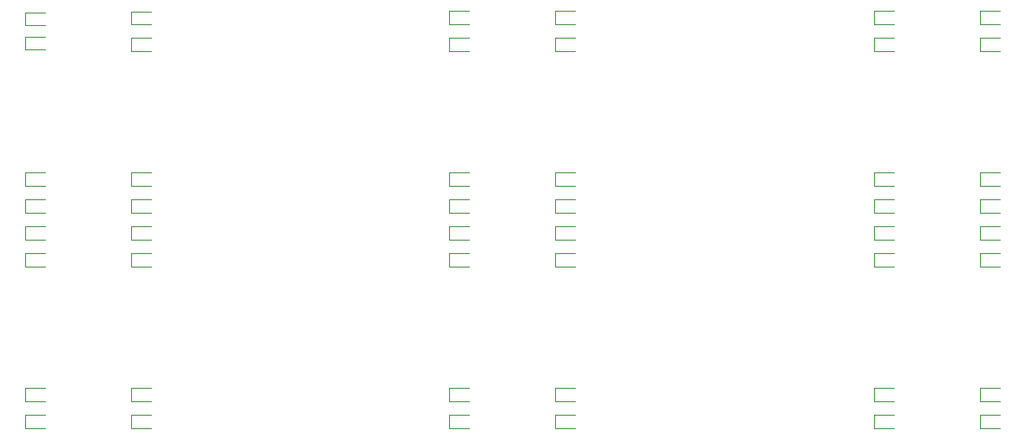
<source format=gbr>
%TF.GenerationSoftware,KiCad,Pcbnew,(5.1.6)-1*%
%TF.CreationDate,2020-07-20T16:14:19+09:00*%
%TF.ProjectId,PWM-LT8500,50574d2d-4c54-4383-9530-302e6b696361,rev?*%
%TF.SameCoordinates,Original*%
%TF.FileFunction,Legend,Bot*%
%TF.FilePolarity,Positive*%
%FSLAX46Y46*%
G04 Gerber Fmt 4.6, Leading zero omitted, Abs format (unit mm)*
G04 Created by KiCad (PCBNEW (5.1.6)-1) date 2020-07-20 16:14:19*
%MOMM*%
%LPD*%
G01*
G04 APERTURE LIST*
%ADD10C,0.120000*%
G04 APERTURE END LIST*
D10*
%TO.C,D38*%
X127700000Y-72170000D02*
X125850000Y-72170000D01*
X127700000Y-73370000D02*
X125850000Y-73370000D01*
X125850000Y-73370000D02*
X125850000Y-72170000D01*
%TO.C,D48*%
X117700000Y-51850000D02*
X115850000Y-51850000D01*
X117700000Y-53050000D02*
X115850000Y-53050000D01*
X115850000Y-53050000D02*
X115850000Y-51850000D01*
%TO.C,D47*%
X117700000Y-54390000D02*
X115850000Y-54390000D01*
X117700000Y-55590000D02*
X115850000Y-55590000D01*
X115850000Y-55590000D02*
X115850000Y-54390000D01*
%TO.C,D46*%
X127700000Y-51850000D02*
X125850000Y-51850000D01*
X127700000Y-53050000D02*
X125850000Y-53050000D01*
X125850000Y-53050000D02*
X125850000Y-51850000D01*
%TO.C,D45*%
X127700000Y-54390000D02*
X125850000Y-54390000D01*
X127700000Y-55590000D02*
X125850000Y-55590000D01*
X125850000Y-55590000D02*
X125850000Y-54390000D01*
%TO.C,D44*%
X127700000Y-67090000D02*
X125850000Y-67090000D01*
X127700000Y-68290000D02*
X125850000Y-68290000D01*
X125850000Y-68290000D02*
X125850000Y-67090000D01*
%TO.C,D43*%
X127700000Y-69630000D02*
X125850000Y-69630000D01*
X127700000Y-70830000D02*
X125850000Y-70830000D01*
X125850000Y-70830000D02*
X125850000Y-69630000D01*
%TO.C,D42*%
X117700000Y-67090000D02*
X115850000Y-67090000D01*
X117700000Y-68290000D02*
X115850000Y-68290000D01*
X115850000Y-68290000D02*
X115850000Y-67090000D01*
%TO.C,D41*%
X117700000Y-69630000D02*
X115850000Y-69630000D01*
X117700000Y-70830000D02*
X115850000Y-70830000D01*
X115850000Y-70830000D02*
X115850000Y-69630000D01*
%TO.C,D40*%
X117700000Y-72170000D02*
X115850000Y-72170000D01*
X117700000Y-73370000D02*
X115850000Y-73370000D01*
X115850000Y-73370000D02*
X115850000Y-72170000D01*
%TO.C,D39*%
X117700000Y-74710000D02*
X115850000Y-74710000D01*
X117700000Y-75910000D02*
X115850000Y-75910000D01*
X115850000Y-75910000D02*
X115850000Y-74710000D01*
%TO.C,D37*%
X127700000Y-74710000D02*
X125850000Y-74710000D01*
X127700000Y-75910000D02*
X125850000Y-75910000D01*
X125850000Y-75910000D02*
X125850000Y-74710000D01*
%TO.C,D36*%
X127700000Y-87410000D02*
X125850000Y-87410000D01*
X127700000Y-88610000D02*
X125850000Y-88610000D01*
X125850000Y-88610000D02*
X125850000Y-87410000D01*
%TO.C,D35*%
X127700000Y-89950000D02*
X125850000Y-89950000D01*
X127700000Y-91150000D02*
X125850000Y-91150000D01*
X125850000Y-91150000D02*
X125850000Y-89950000D01*
%TO.C,D34*%
X117700000Y-87410000D02*
X115850000Y-87410000D01*
X117700000Y-88610000D02*
X115850000Y-88610000D01*
X115850000Y-88610000D02*
X115850000Y-87410000D01*
%TO.C,D33*%
X117700000Y-89950000D02*
X115850000Y-89950000D01*
X117700000Y-91150000D02*
X115850000Y-91150000D01*
X115850000Y-91150000D02*
X115850000Y-89950000D01*
%TO.C,D32*%
X77700000Y-51850000D02*
X75850000Y-51850000D01*
X77700000Y-53050000D02*
X75850000Y-53050000D01*
X75850000Y-53050000D02*
X75850000Y-51850000D01*
%TO.C,D31*%
X77700000Y-54390000D02*
X75850000Y-54390000D01*
X77700000Y-55590000D02*
X75850000Y-55590000D01*
X75850000Y-55590000D02*
X75850000Y-54390000D01*
%TO.C,D30*%
X87700000Y-51850000D02*
X85850000Y-51850000D01*
X87700000Y-53050000D02*
X85850000Y-53050000D01*
X85850000Y-53050000D02*
X85850000Y-51850000D01*
%TO.C,D29*%
X87700000Y-54390000D02*
X85850000Y-54390000D01*
X87700000Y-55590000D02*
X85850000Y-55590000D01*
X85850000Y-55590000D02*
X85850000Y-54390000D01*
%TO.C,D28*%
X87700000Y-67090000D02*
X85850000Y-67090000D01*
X87700000Y-68290000D02*
X85850000Y-68290000D01*
X85850000Y-68290000D02*
X85850000Y-67090000D01*
%TO.C,D27*%
X87700000Y-69630000D02*
X85850000Y-69630000D01*
X87700000Y-70830000D02*
X85850000Y-70830000D01*
X85850000Y-70830000D02*
X85850000Y-69630000D01*
%TO.C,D26*%
X77700000Y-67090000D02*
X75850000Y-67090000D01*
X77700000Y-68290000D02*
X75850000Y-68290000D01*
X75850000Y-68290000D02*
X75850000Y-67090000D01*
%TO.C,D25*%
X77700000Y-69630000D02*
X75850000Y-69630000D01*
X77700000Y-70830000D02*
X75850000Y-70830000D01*
X75850000Y-70830000D02*
X75850000Y-69630000D01*
%TO.C,D24*%
X77700000Y-72170000D02*
X75850000Y-72170000D01*
X77700000Y-73370000D02*
X75850000Y-73370000D01*
X75850000Y-73370000D02*
X75850000Y-72170000D01*
%TO.C,D23*%
X77700000Y-74710000D02*
X75850000Y-74710000D01*
X77700000Y-75910000D02*
X75850000Y-75910000D01*
X75850000Y-75910000D02*
X75850000Y-74710000D01*
%TO.C,D22*%
X87700000Y-72170000D02*
X85850000Y-72170000D01*
X87700000Y-73370000D02*
X85850000Y-73370000D01*
X85850000Y-73370000D02*
X85850000Y-72170000D01*
%TO.C,D21*%
X87700000Y-74710000D02*
X85850000Y-74710000D01*
X87700000Y-75910000D02*
X85850000Y-75910000D01*
X85850000Y-75910000D02*
X85850000Y-74710000D01*
%TO.C,D20*%
X87700000Y-87410000D02*
X85850000Y-87410000D01*
X87700000Y-88610000D02*
X85850000Y-88610000D01*
X85850000Y-88610000D02*
X85850000Y-87410000D01*
%TO.C,D19*%
X87700000Y-89950000D02*
X85850000Y-89950000D01*
X87700000Y-91150000D02*
X85850000Y-91150000D01*
X85850000Y-91150000D02*
X85850000Y-89950000D01*
%TO.C,D18*%
X77700000Y-87410000D02*
X75850000Y-87410000D01*
X77700000Y-88610000D02*
X75850000Y-88610000D01*
X75850000Y-88610000D02*
X75850000Y-87410000D01*
%TO.C,D17*%
X77700000Y-89950000D02*
X75850000Y-89950000D01*
X77700000Y-91150000D02*
X75850000Y-91150000D01*
X75850000Y-91150000D02*
X75850000Y-89950000D01*
%TO.C,D16*%
X37700000Y-51990000D02*
X35850000Y-51990000D01*
X37700000Y-53190000D02*
X35850000Y-53190000D01*
X35850000Y-53190000D02*
X35850000Y-51990000D01*
%TO.C,D15*%
X37700000Y-54250000D02*
X35850000Y-54250000D01*
X37700000Y-55450000D02*
X35850000Y-55450000D01*
X35850000Y-55450000D02*
X35850000Y-54250000D01*
%TO.C,D14*%
X47700000Y-51900000D02*
X45850000Y-51900000D01*
X47700000Y-53100000D02*
X45850000Y-53100000D01*
X45850000Y-53100000D02*
X45850000Y-51900000D01*
%TO.C,D13*%
X47700000Y-54380000D02*
X45850000Y-54380000D01*
X47700000Y-55580000D02*
X45850000Y-55580000D01*
X45850000Y-55580000D02*
X45850000Y-54380000D01*
%TO.C,D12*%
X47700000Y-67090000D02*
X45850000Y-67090000D01*
X47700000Y-68290000D02*
X45850000Y-68290000D01*
X45850000Y-68290000D02*
X45850000Y-67090000D01*
%TO.C,D11*%
X47700000Y-69630000D02*
X45850000Y-69630000D01*
X47700000Y-70830000D02*
X45850000Y-70830000D01*
X45850000Y-70830000D02*
X45850000Y-69630000D01*
%TO.C,D10*%
X37700000Y-67090000D02*
X35850000Y-67090000D01*
X37700000Y-68290000D02*
X35850000Y-68290000D01*
X35850000Y-68290000D02*
X35850000Y-67090000D01*
%TO.C,D9*%
X37700000Y-69630000D02*
X35850000Y-69630000D01*
X37700000Y-70830000D02*
X35850000Y-70830000D01*
X35850000Y-70830000D02*
X35850000Y-69630000D01*
%TO.C,D8*%
X37700000Y-72170000D02*
X35850000Y-72170000D01*
X37700000Y-73370000D02*
X35850000Y-73370000D01*
X35850000Y-73370000D02*
X35850000Y-72170000D01*
%TO.C,D7*%
X37700000Y-74710000D02*
X35850000Y-74710000D01*
X37700000Y-75910000D02*
X35850000Y-75910000D01*
X35850000Y-75910000D02*
X35850000Y-74710000D01*
%TO.C,D6*%
X47700000Y-72170000D02*
X45850000Y-72170000D01*
X47700000Y-73370000D02*
X45850000Y-73370000D01*
X45850000Y-73370000D02*
X45850000Y-72170000D01*
%TO.C,D5*%
X47700000Y-74710000D02*
X45850000Y-74710000D01*
X47700000Y-75910000D02*
X45850000Y-75910000D01*
X45850000Y-75910000D02*
X45850000Y-74710000D01*
%TO.C,D4*%
X47700000Y-87410000D02*
X45850000Y-87410000D01*
X47700000Y-88610000D02*
X45850000Y-88610000D01*
X45850000Y-88610000D02*
X45850000Y-87410000D01*
%TO.C,D3*%
X47700000Y-89950000D02*
X45850000Y-89950000D01*
X47700000Y-91150000D02*
X45850000Y-91150000D01*
X45850000Y-91150000D02*
X45850000Y-89950000D01*
%TO.C,D2*%
X37700000Y-87410000D02*
X35850000Y-87410000D01*
X37700000Y-88610000D02*
X35850000Y-88610000D01*
X35850000Y-88610000D02*
X35850000Y-87410000D01*
%TO.C,D1*%
X37700000Y-89950000D02*
X35850000Y-89950000D01*
X37700000Y-91150000D02*
X35850000Y-91150000D01*
X35850000Y-91150000D02*
X35850000Y-89950000D01*
%TD*%
M02*

</source>
